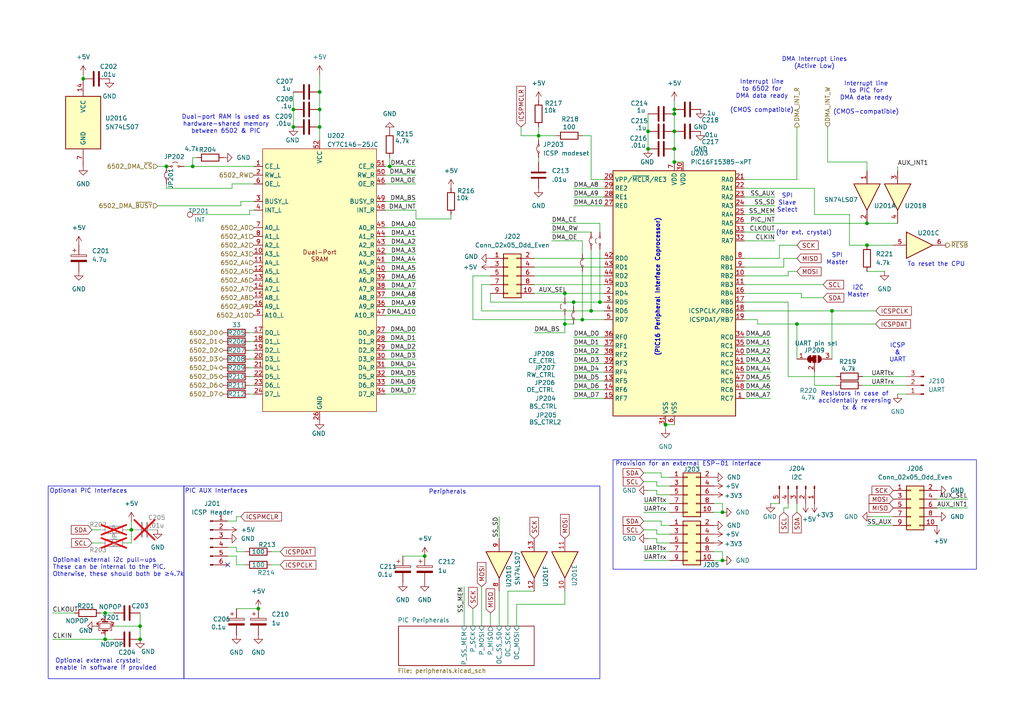
<source format=kicad_sch>
(kicad_sch (version 20250114) (generator "eeschema") (generator_version "9.0")
  (paper "A4")
  (title_block (title "65c02 Homebrew") (rev "Rev A") (company "Joseph R. Freeston") (comment 2 "https://github.com/snorklerjoe/useful6502") (comment 4 "A 65c02-based computer with peripheral i/o offloaded to a PIC16 microcontroller."))
  (rectangle (start 13.97 140.97) (end 53.34 196.85))
  (rectangle (start 53.34 140.97) (end 173.99 196.85))
  (rectangle (start 177.8 133.35) (end 283.21 165.1))
  (text "Peripherals" (at 129.794 142.748 0) (effects (font (size 1.27 1.27))))
  (text "PIC AUX Interfaces" (at 62.738 142.494 0) (effects (font (size 1.27 1.27))))
  (text "SPI\nSlave\nSelect" (at 228.346 58.928 0) (effects (font (size 1.27 1.27))))
  (text "Interrupt line\nto 6502 for\nDMA data ready\n\n(CMOS compatible)" (at 220.98 27.94 0) (effects (font (size 1.27 1.27))))
  (text "DMA Interrupt Lines\n(Active Low)" (at 236.22 18.288 0) (effects (font (size 1.27 1.27))))
  (text "(for ext. crystal)" (at 233.172 67.564 0) (effects (font (size 1.27 1.27))))
  (text "(PIC16 Peripheral Interface Coprocessor)" (at 190.754 83.312 90) (effects (font (size 1.27 1.27) (thickness 0.254) (bold yes))))
  (text "Optional external i2c pull-ups\nThese can be internal to the PIC.\nOtherwise, these should both be ≥4.7k" (at 15.24 164.592 0) (effects (font (size 1.27 1.27)) (justify left)))
  (text "Optional PIC Interfaces" (at 25.654 142.494 0) (effects (font (size 1.27 1.27))))
  (text "Provision for an external ESP-01 Interface" (at 199.644 134.62 0) (effects (font (size 1.27 1.27))))
  (text "Optional external crystal;\nenable in software if provided" (at 16.002 192.786 0) (effects (font (size 1.27 1.27)) (justify left)))
  (text "Interrupt line\nto PIC for\nDMA data ready\n\n(CMOS-compatible)" (at 251.206 28.448 0) (effects (font (size 1.27 1.27))))
  (text "Dual-port RAM is used as\nhardware-shared memory\nbetween 6502 & PIC" (at 65.532 36.068 0) (effects (font (size 1.27 1.27))))
  (text "ICSP\n&\nUART" (at 260.35 102.362 0) (effects (font (size 1.27 1.27))))
  (text "SPI\nMaster" (at 242.824 75.184 0) (effects (font (size 1.27 1.27))))
  (text "To reset the CPU" (at 271.526 76.708 0) (effects (font (size 1.27 1.27))))
  (text "I2C\nMaster" (at 248.92 84.582 0) (effects (font (size 1.27 1.27))))
  (text "Resistors in case of\naccidentally reversing\ntx & rx" (at 247.904 116.332 0) (effects (font (size 1.27 1.27))))
  (junction (at 163.83 93.98))
  (junction (at 30.48 177.8))
  (junction (at 24.13 22.86))
  (junction (at 231.14 93.98))
  (junction (at 209.55 148.59))
  (junction (at 195.58 43.18))
  (junction (at 92.71 31.75))
  (junction (at 92.71 36.83))
  (junction (at 168.91 92.71))
  (junction (at 74.93 176.53))
  (junction (at 187.96 43.18))
  (junction (at 156.21 39.37))
  (junction (at 163.83 85.09))
  (junction (at 85.09 36.83))
  (junction (at 209.55 162.56))
  (junction (at 85.09 31.75))
  (junction (at 92.71 26.67))
  (junction (at 30.48 185.42))
  (junction (at 173.99 87.63))
  (junction (at 171.45 90.17))
  (junction (at 193.04 123.19))
  (junction (at 40.64 181.61))
  (junction (at 48.26 48.26))
  (junction (at 195.58 31.75))
  (junction (at 38.1 153.67))
  (junction (at 251.46 64.77))
  (junction (at 55.88 48.26))
  (junction (at 251.46 71.12))
  (junction (at 241.3 90.17))
  (junction (at 123.19 161.29))
  (junction (at 187.96 38.1))
  (junction (at 195.58 46.99))
  (junction (at 113.03 48.26))
  (junction (at 195.58 38.1))
  (junction (at 40.64 185.42))
  (junction (at 195.58 33.02))
  (junction (at 166.37 87.63))
  (no_connect (at 66.04 163.83))
  (wire (pts (xy 193.04 124.46) (xy 193.04 123.19)))
  (wire (pts (xy 130.81 62.23) (xy 130.81 63.5)))
  (wire (pts (xy 250.19 111.76) (xy 262.89 111.76)))
  (wire (pts (xy 45.72 48.26) (xy 48.26 48.26)))
  (wire (pts (xy 69.85 58.42) (xy 69.85 59.69)))
  (wire (pts (xy 228.6 80.01) (xy 215.9 80.01)))
  (wire (pts (xy 111.76 114.3) (xy 120.65 114.3)))
  (wire (pts (xy 215.9 69.85) (xy 224.79 69.85)))
  (wire (pts (xy 166.37 102.87) (xy 175.26 102.87)))
  (wire (pts (xy 111.76 71.12) (xy 120.65 71.12)))
  (wire (pts (xy 190.5 154.94) (xy 194.31 154.94)))
  (wire (pts (xy 195.58 46.99) (xy 198.12 46.99)))
  (wire (pts (xy 209.55 160.02) (xy 209.55 162.56)))
  (wire (pts (xy 209.55 146.05) (xy 209.55 148.59)))
  (wire (pts (xy 26.67 153.67) (xy 29.21 153.67)))
  (wire (pts (xy 166.37 54.61) (xy 175.26 54.61)))
  (wire (pts (xy 219.71 93.98) (xy 231.14 93.98)))
  (wire (pts (xy 223.52 97.79) (xy 215.9 97.79)))
  (wire (pts (xy 45.72 59.69) (xy 69.85 59.69)))
  (wire (pts (xy 166.37 113.03) (xy 175.26 113.03)))
  (wire (pts (xy 111.76 78.74) (xy 120.65 78.74)))
  (wire (pts (xy 139.7 90.17) (xy 171.45 90.17)))
  (wire (pts (xy 92.71 21.59) (xy 92.71 26.67)))
  (wire (pts (xy 236.22 111.76) (xy 242.57 111.76)))
  (wire (pts (xy 186.69 151.13) (xy 191.77 151.13)))
  (wire (pts (xy 228.6 87.63) (xy 228.6 109.22)))
  (wire (pts (xy 215.9 62.23) (xy 224.79 62.23)))
  (wire (pts (xy 186.69 137.16) (xy 191.77 137.16)))
  (wire (pts (xy 226.06 71.12) (xy 226.06 74.93)))
  (wire (pts (xy 111.76 48.26) (xy 113.03 48.26)))
  (wire (pts (xy 85.09 26.67) (xy 85.09 31.75)))
  (wire (pts (xy 251.46 152.4) (xy 259.08 152.4)))
  (wire (pts (xy 195.58 29.21) (xy 195.58 31.75)))
  (wire (pts (xy 226.06 74.93) (xy 215.9 74.93)))
  (wire (pts (xy 73.66 58.42) (xy 69.85 58.42)))
  (wire (pts (xy 190.5 153.67) (xy 190.5 154.94)))
  (wire (pts (xy 231.14 52.07) (xy 215.9 52.07)))
  (wire (pts (xy 223.52 105.41) (xy 215.9 105.41)))
  (wire (pts (xy 72.39 104.14) (xy 73.66 104.14)))
  (wire (pts (xy 111.76 96.52) (xy 120.65 96.52)))
  (wire (pts (xy 231.14 36.83) (xy 231.14 52.07)))
  (wire (pts (xy 223.52 102.87) (xy 215.9 102.87)))
  (wire (pts (xy 231.14 74.93) (xy 227.33 74.93)))
  (wire (pts (xy 227.33 147.32) (xy 228.6 147.32)))
  (wire (pts (xy 250.19 109.22) (xy 262.89 109.22)))
  (wire (pts (xy 231.14 71.12) (xy 226.06 71.12)))
  (wire (pts (xy 187.96 38.1) (xy 187.96 43.18)))
  (wire (pts (xy 29.21 177.8) (xy 30.48 177.8)))
  (wire (pts (xy 85.09 31.75) (xy 85.09 36.83)))
  (wire (pts (xy 72.39 109.22) (xy 73.66 109.22)))
  (wire (pts (xy 187.96 33.02) (xy 187.96 38.1)))
  (wire (pts (xy 223.52 146.05) (xy 226.06 146.05)))
  (wire (pts (xy 111.76 88.9) (xy 120.65 88.9)))
  (wire (pts (xy 160.02 64.77) (xy 173.99 64.77)))
  (wire (pts (xy 166.37 100.33) (xy 175.26 100.33)))
  (wire (pts (xy 236.22 54.61) (xy 236.22 62.23)))
  (wire (pts (xy 246.38 62.23) (xy 246.38 71.12)))
  (wire (pts (xy 113.03 45.72) (xy 113.03 48.26)))
  (wire (pts (xy 251.46 46.99) (xy 251.46 49.53)))
  (wire (pts (xy 219.71 93.98) (xy 219.71 92.71)))
  (wire (pts (xy 240.03 36.83) (xy 240.03 46.99)))
  (wire (pts (xy 144.78 171.45) (xy 144.78 181.61)))
  (wire (pts (xy 168.91 69.85) (xy 168.91 73.66)))
  (wire (pts (xy 166.37 87.63) (xy 166.37 88.9)))
  (wire (pts (xy 191.77 138.43) (xy 194.31 138.43)))
  (wire (pts (xy 166.37 97.79) (xy 175.26 97.79)))
  (wire (pts (xy 163.83 93.98) (xy 166.37 93.98)))
  (wire (pts (xy 171.45 52.07) (xy 175.26 52.07)))
  (wire (pts (xy 223.52 113.03) (xy 215.9 113.03)))
  (wire (pts (xy 111.76 53.34) (xy 120.65 53.34)))
  (wire (pts (xy 137.16 80.01) (xy 142.24 80.01)))
  (wire (pts (xy 241.3 90.17) (xy 241.3 104.14)))
  (wire (pts (xy 36.83 153.67) (xy 38.1 153.67)))
  (wire (pts (xy 111.76 104.14) (xy 120.65 104.14)))
  (wire (pts (xy 195.58 31.75) (xy 195.58 33.02)))
  (wire (pts (xy 154.94 80.01) (xy 175.26 80.01)))
  (wire (pts (xy 68.58 163.83) (xy 68.58 161.29)))
  (wire (pts (xy 38.1 151.13) (xy 38.1 153.67)))
  (wire (pts (xy 53.34 48.26) (xy 55.88 48.26)))
  (wire (pts (xy 139.7 82.55) (xy 142.24 82.55)))
  (wire (pts (xy 232.41 85.09) (xy 232.41 86.36)))
  (wire (pts (xy 168.91 39.37) (xy 171.45 39.37)))
  (wire (pts (xy 163.83 93.98) (xy 163.83 91.44)))
  (wire (pts (xy 68.58 149.86) (xy 68.58 151.13)))
  (wire (pts (xy 166.37 87.63) (xy 173.99 87.63)))
  (wire (pts (xy 228.6 87.63) (xy 215.9 87.63)))
  (wire (pts (xy 228.6 78.74) (xy 228.6 80.01)))
  (wire (pts (xy 215.9 82.55) (xy 238.76 82.55)))
  (wire (pts (xy 151.13 39.37) (xy 156.21 39.37)))
  (wire (pts (xy 24.13 21.59) (xy 24.13 22.86)))
  (wire (pts (xy 163.83 96.52) (xy 163.83 93.98)))
  (wire (pts (xy 147.32 171.45) (xy 147.32 181.61)))
  (wire (pts (xy 228.6 109.22) (xy 242.57 109.22)))
  (wire (pts (xy 111.76 50.8) (xy 120.65 50.8)))
  (wire (pts (xy 120.65 63.5) (xy 120.65 60.96)))
  (wire (pts (xy 113.03 48.26) (xy 120.65 48.26)))
  (wire (pts (xy 223.52 110.49) (xy 215.9 110.49)))
  (wire (pts (xy 72.39 99.06) (xy 73.66 99.06)))
  (wire (pts (xy 116.84 161.29) (xy 123.19 161.29)))
  (wire (pts (xy 111.76 106.68) (xy 120.65 106.68)))
  (wire (pts (xy 215.9 54.61) (xy 236.22 54.61)))
  (wire (pts (xy 173.99 87.63) (xy 175.26 87.63)))
  (wire (pts (xy 171.45 90.17) (xy 175.26 90.17)))
  (wire (pts (xy 111.76 60.96) (xy 120.65 60.96)))
  (wire (pts (xy 137.16 176.53) (xy 137.16 181.61)))
  (wire (pts (xy 68.58 161.29) (xy 66.04 161.29)))
  (wire (pts (xy 186.69 139.7) (xy 190.5 139.7)))
  (wire (pts (xy 142.24 87.63) (xy 166.37 87.63)))
  (wire (pts (xy 40.64 177.8) (xy 40.64 181.61)))
  (wire (pts (xy 173.99 72.39) (xy 173.99 87.63)))
  (wire (pts (xy 72.39 60.96) (xy 73.66 60.96)))
  (wire (pts (xy 168.91 92.71) (xy 175.26 92.71)))
  (wire (pts (xy 38.1 153.67) (xy 38.1 157.48)))
  (wire (pts (xy 215.9 57.15) (xy 224.79 57.15)))
  (wire (pts (xy 30.48 177.8) (xy 30.48 179.07)))
  (wire (pts (xy 190.5 139.7) (xy 190.5 140.97)))
  (wire (pts (xy 111.76 81.28) (xy 120.65 81.28)))
  (wire (pts (xy 151.13 36.83) (xy 151.13 39.37)))
  (wire (pts (xy 171.45 72.39) (xy 171.45 90.17)))
  (wire (pts (xy 187.96 142.24) (xy 190.5 142.24)))
  (wire (pts (xy 92.71 31.75) (xy 92.71 36.83)))
  (wire (pts (xy 190.5 143.51) (xy 194.31 143.51)))
  (wire (pts (xy 215.9 90.17) (xy 241.3 90.17)))
  (wire (pts (xy 30.48 185.42) (xy 33.02 185.42)))
  (wire (pts (xy 67.31 53.34) (xy 67.31 54.61)))
  (wire (pts (xy 111.76 91.44) (xy 120.65 91.44)))
  (wire (pts (xy 68.58 160.02) (xy 71.12 160.02)))
  (wire (pts (xy 186.69 146.05) (xy 194.31 146.05)))
  (wire (pts (xy 72.39 111.76) (xy 73.66 111.76)))
  (wire (pts (xy 163.83 85.09) (xy 163.83 86.36)))
  (wire (pts (xy 92.71 26.67) (xy 92.71 31.75)))
  (wire (pts (xy 58.42 62.23) (xy 72.39 62.23)))
  (wire (pts (xy 187.96 156.21) (xy 190.5 156.21)))
  (wire (pts (xy 228.6 146.05) (xy 228.6 147.32)))
  (wire (pts (xy 72.39 62.23) (xy 72.39 60.96)))
  (wire (pts (xy 154.94 96.52) (xy 163.83 96.52)))
  (wire (pts (xy 195.58 38.1) (xy 195.58 43.18)))
  (wire (pts (xy 271.78 147.32) (xy 280.67 147.32)))
  (wire (pts (xy 26.67 157.48) (xy 29.21 157.48)))
  (wire (pts (xy 166.37 57.15) (xy 175.26 57.15)))
  (wire (pts (xy 92.71 36.83) (xy 92.71 40.64)))
  (wire (pts (xy 186.69 160.02) (xy 194.31 160.02)))
  (wire (pts (xy 111.76 86.36) (xy 120.65 86.36)))
  (wire (pts (xy 215.9 67.31) (xy 224.79 67.31)))
  (wire (pts (xy 111.76 76.2) (xy 120.65 76.2)))
  (wire (pts (xy 55.88 45.72) (xy 55.88 48.26)))
  (wire (pts (xy 15.24 185.42) (xy 30.48 185.42)))
  (wire (pts (xy 68.58 158.75) (xy 66.04 158.75)))
  (wire (pts (xy 142.24 87.63) (xy 142.24 85.09)))
  (wire (pts (xy 168.91 69.85) (xy 160.02 69.85)))
  (wire (pts (xy 241.3 90.17) (xy 254 90.17)))
  (wire (pts (xy 163.83 85.09) (xy 175.26 85.09)))
  (wire (pts (xy 166.37 59.69) (xy 175.26 59.69)))
  (wire (pts (xy 166.37 115.57) (xy 175.26 115.57)))
  (wire (pts (xy 111.76 73.66) (xy 120.65 73.66)))
  (wire (pts (xy 186.69 148.59) (xy 194.31 148.59)))
  (wire (pts (xy 134.62 170.18) (xy 134.62 181.61)))
  (wire (pts (xy 111.76 101.6) (xy 120.65 101.6)))
  (wire (pts (xy 168.91 78.74) (xy 168.91 92.71)))
  (wire (pts (xy 193.04 123.19) (xy 195.58 123.19)))
  (wire (pts (xy 154.94 85.09) (xy 163.83 85.09)))
  (wire (pts (xy 223.52 107.95) (xy 215.9 107.95)))
  (wire (pts (xy 271.78 144.78) (xy 280.67 144.78)))
  (wire (pts (xy 156.21 45.72) (xy 156.21 46.99)))
  (wire (pts (xy 111.76 83.82) (xy 120.65 83.82)))
  (wire (pts (xy 67.31 53.34) (xy 73.66 53.34)))
  (wire (pts (xy 219.71 92.71) (xy 215.9 92.71)))
  (wire (pts (xy 236.22 62.23) (xy 246.38 62.23)))
  (wire (pts (xy 173.99 64.77) (xy 173.99 67.31)))
  (wire (pts (xy 72.39 96.52) (xy 73.66 96.52)))
  (wire (pts (xy 190.5 142.24) (xy 190.5 143.51)))
  (wire (pts (xy 171.45 39.37) (xy 171.45 52.07)))
  (wire (pts (xy 252.73 149.86) (xy 259.08 149.86)))
  (wire (pts (xy 68.58 163.83) (xy 71.12 163.83)))
  (wire (pts (xy 156.21 36.83) (xy 156.21 39.37)))
  (wire (pts (xy 191.77 152.4) (xy 194.31 152.4)))
  (wire (pts (xy 139.7 90.17) (xy 139.7 82.55)))
  (wire (pts (xy 231.14 93.98) (xy 231.14 104.14)))
  (wire (pts (xy 111.76 109.22) (xy 120.65 109.22)))
  (wire (pts (xy 68.58 160.02) (xy 68.58 158.75)))
  (wire (pts (xy 156.21 39.37) (xy 156.21 40.64)))
  (wire (pts (xy 186.69 162.56) (xy 194.31 162.56)))
  (wire (pts (xy 48.26 53.34) (xy 48.26 54.61)))
  (wire (pts (xy 195.58 43.18) (xy 195.58 46.99)))
  (wire (pts (xy 260.35 114.3) (xy 262.89 114.3)))
  (wire (pts (xy 232.41 85.09) (xy 215.9 85.09)))
  (wire (pts (xy 38.1 157.48) (xy 36.83 157.48)))
  (wire (pts (xy 15.24 177.8) (xy 21.59 177.8)))
  (wire (pts (xy 191.77 137.16) (xy 191.77 138.43)))
  (wire (pts (xy 231.14 78.74) (xy 228.6 78.74)))
  (wire (pts (xy 147.32 171.45) (xy 154.94 171.45)))
  (wire (pts (xy 227.33 77.47) (xy 215.9 77.47)))
  (wire (pts (xy 67.31 54.61) (xy 48.26 54.61)))
  (wire (pts (xy 40.64 181.61) (xy 40.64 185.42)))
  (wire (pts (xy 156.21 39.37) (xy 161.29 39.37)))
  (wire (pts (xy 166.37 107.95) (xy 175.26 107.95)))
  (wire (pts (xy 137.16 92.71) (xy 168.91 92.71)))
  (wire (pts (xy 231.14 146.05) (xy 231.14 148.59)))
  (wire (pts (xy 207.01 160.02) (xy 209.55 160.02)))
  (wire (pts (xy 207.01 148.59) (xy 209.55 148.59)))
  (wire (pts (xy 111.76 58.42) (xy 120.65 58.42)))
  (wire (pts (xy 111.76 99.06) (xy 120.65 99.06)))
  (wire (pts (xy 215.9 64.77) (xy 251.46 64.77)))
  (wire (pts (xy 236.22 107.95) (xy 236.22 111.76)))
  (wire (pts (xy 30.48 184.15) (xy 30.48 185.42)))
  (wire (pts (xy 251.46 64.77) (xy 260.35 64.77)))
  (wire (pts (xy 207.01 162.56) (xy 209.55 162.56)))
  (wire (pts (xy 72.39 114.3) (xy 73.66 114.3)))
  (wire (pts (xy 246.38 71.12) (xy 251.46 71.12)))
  (wire (pts (xy 111.76 111.76) (xy 120.65 111.76)))
  (wire (pts (xy 207.01 146.05) (xy 209.55 146.05)))
  (wire (pts (xy 215.9 59.69) (xy 224.79 59.69)))
  (wire (pts (xy 78.74 160.02) (xy 81.28 160.02)))
  (wire (pts (xy 166.37 110.49) (xy 175.26 110.49)))
  (wire (pts (xy 137.16 92.71) (xy 137.16 80.01)))
  (wire (pts (xy 30.48 177.8) (xy 33.02 177.8)))
  (wire (pts (xy 166.37 105.41) (xy 175.26 105.41)))
  (wire (pts (xy 69.85 149.86) (xy 68.58 149.86)))
  (wire (pts (xy 111.76 68.58) (xy 120.65 68.58)))
  (wire (pts (xy 154.94 77.47) (xy 175.26 77.47)))
  (wire (pts (xy 227.33 147.32) (xy 227.33 148.59)))
  (wire (pts (xy 190.5 157.48) (xy 194.31 157.48)))
  (wire (pts (xy 33.02 181.61) (xy 40.64 181.61)))
  (wire (pts (xy 68.58 151.13) (xy 66.04 151.13)))
  (wire (pts (xy 223.52 115.57) (xy 215.9 115.57)))
  (wire (pts (xy 72.39 101.6) (xy 73.66 101.6)))
  (wire (pts (xy 154.94 82.55) (xy 175.26 82.55)))
  (wire (pts (xy 251.46 71.12) (xy 259.08 71.12)))
  (wire (pts (xy 231.14 93.98) (xy 254 93.98)))
  (wire (pts (xy 144.78 149.86) (xy 144.78 156.21)))
  (wire (pts (xy 160.02 67.31) (xy 171.45 67.31)))
  (wire (pts (xy 149.86 175.26) (xy 163.83 175.26)))
  (wire (pts (xy 130.81 63.5) (xy 120.65 63.5)))
  (wire (pts (xy 57.15 45.72) (xy 55.88 45.72)))
  (wire (pts (xy 142.24 177.8) (xy 142.24 181.61)))
  (wire (pts (xy 190.5 156.21) (xy 190.5 157.48)))
  (wire (pts (xy 163.83 171.45) (xy 163.83 175.26)))
  (wire (pts (xy 195.58 33.02) (xy 195.58 38.1)))
  (wire (pts (xy 240.03 46.99) (xy 251.46 46.99)))
  (wire (pts (xy 139.7 170.18) (xy 139.7 181.61)))
  (wire (pts (xy 223.52 100.33) (xy 215.9 100.33)))
  (wire (pts (xy 55.88 48.26) (xy 73.66 48.26)))
  (wire (pts (xy 154.94 74.93) (xy 175.26 74.93)))
  (wire (pts (xy 78.74 163.83) (xy 81.28 163.83)))
  (wire (pts (xy 72.39 106.68) (xy 73.66 106.68)))
  (wire (pts (xy 149.86 175.26) (xy 149.86 181.61)))
  (wire (pts (xy 190.5 140.97) (xy 194.31 140.97)))
  (wire (pts (xy 191.77 151.13) (xy 191.77 152.4)))
  (wire (pts (xy 68.58 176.53) (xy 74.93 176.53)))
  (wire (pts (xy 232.41 86.36) (xy 238.76 86.36)))
  (wire (pts (xy 111.76 66.04) (xy 120.65 66.04)))
  (wire (pts (xy 256.54 78.74) (xy 251.46 78.74)))
  (wire (pts (xy 186.69 153.67) (xy 190.5 153.67)))
  (wire (pts (xy 260.35 48.26) (xy 260.35 49.53)))
  (wire (pts (xy 227.33 74.93) (xy 227.33 77.47)))
  (label "DMA_D5" (at 166.37 110.49 0))
  (label "UARTtx" (at 186.69 146.05 0))
  (label "CLKOUT" (at 224.79 67.31 180))
  (label "SS_AUX" (at 251.46 152.4 0))
  (label "DMA_BS" (at 154.94 96.52 0))
  (label "DMA_A0" (at 223.52 97.79 180))
  (label "UARTrx" (at 186.69 162.56 0))
  (label "DMA_D7" (at 166.37 115.57 0))
  (label "DMA_D4" (at 120.65 106.68 180))
  (label "DMA_D6" (at 120.65 111.76 180))
  (label "SS_MEM" (at 224.79 62.23 180))
  (label "DMA_D2" (at 166.37 102.87 0))
  (label "DMA_RW" (at 160.02 67.31 0))
  (label "DMA_A1" (at 223.52 100.33 180))
  (label "AUX_INT1" (at 260.35 48.26 0))
  (label "DMA_A6" (at 120.65 81.28 180))
  (label "DMA_A4" (at 120.65 76.2 180))
  (label "DMA_RW" (at 120.65 50.8 180))
  (label "DMA_A10" (at 166.37 59.69 0))
  (label "DMA_D4" (at 166.37 107.95 0))
  (label "CLKIN" (at 15.24 185.42 0))
  (label "UARTtx" (at 186.69 160.02 0))
  (label "UARTrx" (at 252.73 111.76 0))
  (label "DMA_D5" (at 120.65 109.22 180))
  (label "DMA_A5" (at 223.52 110.49 180))
  (label "DMA_A7" (at 223.52 115.57 180))
  (label "DMA_A7" (at 120.65 83.82 180))
  (label "DMA_D6" (at 166.37 113.03 0))
  (label "DMA_A2" (at 120.65 71.12 180))
  (label "SS_MEM" (at 134.62 170.18 270))
  (label "DMA_A3" (at 223.52 105.41 180))
  (label "DMA_D2" (at 120.65 101.6 180))
  (label "DMA_A0" (at 120.65 66.04 180))
  (label "DMA_D0" (at 166.37 97.79 0))
  (label "DMA_INT" (at 120.65 60.96 180))
  (label "DMA_A9" (at 120.65 88.9 180))
  (label "DMA_A8" (at 166.37 54.61 0))
  (label "CLKIN" (at 224.79 69.85 180))
  (label "UARTtx" (at 252.73 109.22 0))
  (label "DMA_OE" (at 120.65 53.34 180))
  (label "DMA_D7" (at 120.65 114.3 180))
  (label "DMA_A3" (at 120.65 73.66 180))
  (label "DMA_A4" (at 223.52 107.95 180))
  (label "DMA_A2" (at 223.52 102.87 180))
  (label "DMA_A5" (at 120.65 78.74 180))
  (label "AUX_INT1" (at 280.67 147.32 180))
  (label "DMA_CE" (at 120.65 48.26 180))
  (label "AUX_SEL" (at 156.21 85.09 0))
  (label "DMA_A6" (at 223.52 113.03 180))
  (label "DMA_A8" (at 120.65 86.36 180))
  (label "DMA_CE" (at 160.02 64.77 0))
  (label "DMA_D3" (at 120.65 104.14 180))
  (label "PIC_INT" (at 224.79 64.77 180))
  (label "SS_SD" (at 144.78 149.86 270))
  (label "DMA_A10" (at 120.65 91.44 180))
  (label "DMA_D3" (at 166.37 105.41 0))
  (label "DMA_D0" (at 120.65 96.52 180))
  (label "CLKOUT" (at 15.24 177.8 0))
  (label "DMA_A9" (at 166.37 57.15 0))
  (label "SS_AUX" (at 224.79 57.15 180))
  (label "SS_SD" (at 224.79 59.69 180))
  (label "DMA_A1" (at 120.65 68.58 180))
  (label "DMA_D1" (at 120.65 99.06 180))
  (label "AUX_SEL" (at 280.67 144.78 180))
  (label "DMA_D1" (at 166.37 100.33 0))
  (label "UARTrx" (at 186.69 148.59 0))
  (label "DMA_OE" (at 160.02 69.85 0))
  (label "DMA_BS" (at 120.65 58.42 180))
  (global_label "SDA" (shape input) (at 231.14 148.59 270) (property "Intersheetrefs" "${INTERSHEET_REFS}" (effects (hide yes))))
  (global_label "MOSI" (shape input) (at 231.14 78.74 0) (property "Intersheetrefs" "${INTERSHEET_REFS}" (effects (hide yes))))
  (global_label "SCL" (shape input) (at 26.67 157.48 180) (property "Intersheetrefs" "${INTERSHEET_REFS}" (effects (hide yes))))
  (global_label "SCK" (shape input) (at 259.08 142.24 180) (property "Intersheetrefs" "${INTERSHEET_REFS}" (effects (hide yes))))
  (global_label "ICSPDAT" (shape input) (at 81.28 160.02 0) (property "Intersheetrefs" "${INTERSHEET_REFS}" (effects (hide yes))))
  (global_label "MISO" (shape input) (at 231.14 74.93 0) (property "Intersheetrefs" "${INTERSHEET_REFS}" (effects (hide yes))))
  (global_label "SCL" (shape input) (at 186.69 153.67 180) (property "Intersheetrefs" "${INTERSHEET_REFS}" (effects (hide yes))))
  (global_label "MOSI" (shape input) (at 139.7 170.18 90) (property "Intersheetrefs" "${INTERSHEET_REFS}" (effects (hide yes))))
  (global_label "SDA" (shape input) (at 186.69 151.13 180) (property "Intersheetrefs" "${INTERSHEET_REFS}" (effects (hide yes))))
  (global_label "SDA" (shape input) (at 238.76 86.36 0) (property "Intersheetrefs" "${INTERSHEET_REFS}" (effects (hide yes))))
  (global_label "SCK" (shape input) (at 137.16 176.53 90) (property "Intersheetrefs" "${INTERSHEET_REFS}" (effects (hide yes))))
  (global_label "ICSPMCLR" (shape input) (at 151.13 36.83 90) (property "Intersheetrefs" "${INTERSHEET_REFS}" (effects (hide yes))))
  (global_label "ICSPDAT" (shape input) (at 254 93.98 0) (property "Intersheetrefs" "${INTERSHEET_REFS}" (effects (hide yes))))
  (global_label "SCK" (shape input) (at 154.94 156.21 90) (property "Intersheetrefs" "${INTERSHEET_REFS}" (effects (hide yes))))
  (global_label "SDA" (shape input) (at 186.69 137.16 180) (property "Intersheetrefs" "${INTERSHEET_REFS}" (effects (hide yes))))
  (global_label "MISO" (shape input) (at 142.24 177.8 90) (property "Intersheetrefs" "${INTERSHEET_REFS}" (effects (hide yes))))
  (global_label "SDA" (shape input) (at 26.67 153.67 180) (property "Intersheetrefs" "${INTERSHEET_REFS}" (effects (hide yes))))
  (global_label "ICSPCLK" (shape input) (at 81.28 163.83 0) (property "Intersheetrefs" "${INTERSHEET_REFS}" (effects (hide yes))))
  (global_label "SCL" (shape input) (at 227.33 148.59 270) (property "Intersheetrefs" "${INTERSHEET_REFS}" (effects (hide yes))))
  (global_label "MISO" (shape input) (at 259.08 147.32 180) (property "Intersheetrefs" "${INTERSHEET_REFS}" (effects (hide yes))))
  (global_label "SCL" (shape input) (at 186.69 139.7 180) (property "Intersheetrefs" "${INTERSHEET_REFS}" (effects (hide yes))))
  (global_label "ICSPMCLR" (shape input) (at 69.85 149.86 0) (property "Intersheetrefs" "${INTERSHEET_REFS}" (effects (hide yes))))
  (global_label "SCL" (shape input) (at 238.76 82.55 0) (property "Intersheetrefs" "${INTERSHEET_REFS}" (effects (hide yes))))
  (global_label "MOSI" (shape input) (at 259.08 144.78 180) (property "Intersheetrefs" "${INTERSHEET_REFS}" (effects (hide yes))))
  (global_label "MOSI" (shape input) (at 163.83 156.21 90) (property "Intersheetrefs" "${INTERSHEET_REFS}" (effects (hide yes))))
  (global_label "ICSPCLK" (shape input) (at 254 90.17 0) (property "Intersheetrefs" "${INTERSHEET_REFS}" (effects (hide yes))))
  (global_label "SCK" (shape input) (at 231.14 71.12 0) (property "Intersheetrefs" "${INTERSHEET_REFS}" (effects (hide yes))))
  (hierarchical_label "6502_A9" (shape input) (at 73.66 88.9 180))
  (hierarchical_label "DMA_INT_R" (shape output) (at 231.14 36.83 90))
  (hierarchical_label "6502_RW" (shape input) (at 73.66 50.8 180))
  (hierarchical_label "6502_A0" (shape input) (at 73.66 66.04 180))
  (hierarchical_label "6502_A1" (shape input) (at 73.66 68.58 180))
  (hierarchical_label "DMA_INT_W" (shape input) (at 240.03 36.83 90))
  (hierarchical_label "6502_DMA_~{BUSY}" (shape input) (at 45.72 59.69 180))
  (hierarchical_label "6502_A10" (shape input) (at 73.66 91.44 180))
  (hierarchical_label "6502_D4" (shape bidirectional) (at 64.77 106.68 180))
  (hierarchical_label "~{RESB}" (shape output) (at 274.32 71.12 0))
  (hierarchical_label "6502_A8" (shape input) (at 73.66 86.36 180))
  (hierarchical_label "6502_A6" (shape input) (at 73.66 81.28 180))
  (hierarchical_label "6502_A7" (shape input) (at 73.66 83.82 180))
  (hierarchical_label "6502_D6" (shape bidirectional) (at 64.77 111.76 180))
  (hierarchical_label "6502_D7" (shape bidirectional) (at 64.77 114.3 180))
  (hierarchical_label "6502_DMA_~{CS}" (shape input) (at 45.72 48.26 180))
  (hierarchical_label "6502_D3" (shape bidirectional) (at 64.77 104.14 180))
  (hierarchical_label "6502_D1" (shape bidirectional) (at 64.77 99.06 180))
  (hierarchical_label "6502_A3" (shape input) (at 73.66 73.66 180))
  (hierarchical_label "6502_D2" (shape bidirectional) (at 64.77 101.6 180))
  (hierarchical_label "6502_D5" (shape bidirectional) (at 64.77 109.22 180))
  (hierarchical_label "6502_D0" (shape bidirectional) (at 64.77 96.52 180))
  (hierarchical_label "6502_A5" (shape input) (at 73.66 78.74 180))
  (hierarchical_label "6502_A4" (shape input) (at 73.66 76.2 180))
  (hierarchical_label "6502_A2" (shape input) (at 73.66 71.12 180))
  (symbol (lib_id "power:+5V") (at 66.04 153.67 270) (unit 1)
    (property "Reference" "#PWR0212" (effects (hide yes)))
    (property "Value" "+5V" (at 69.85 153.6699 90) (effects (justify left)))
    (property "Description" "Power symbol creates a global label with name \"+5V\"" (effects (hide yes)))
  )
  (symbol (lib_id "Device:R") (at 68.58 96.52 90) (unit 1)
    (property "Reference" "R205" (at 68.58 96.52 90))
    (property "Value" "33" (at 68.58 94.234 90))
    (property "Footprint" "Resistor_SMD:R_0402_1005Metric" (effects (hide yes)))
    (property "Description" "Resistor" (effects (hide yes)))
  )
  (symbol (lib_id "power:+5V") (at 92.71 21.59 0) (unit 1)
    (property "Reference" "#PWR0218" (effects (hide yes)))
    (property "Value" "+5V" (at 92.71 16.51 0))
    (property "Description" "Power symbol creates a global label with name \"+5V\"" (effects (hide yes)))
  )
  (symbol (lib_id "Device:C") (at 199.39 31.75 90) (unit 1)
    (property "Reference" "C218" (at 205.994 34.798 90))
    (property "Value" ".1u" (at 205.994 32.766 90))
    (property "Footprint" "Capacitor_SMD:C_0402_1005Metric" (effects (hide yes)))
    (property "Description" "Unpolarized capacitor" (effects (hide yes)))
  )
  (symbol (lib_id "power:+5V") (at 22.86 71.12 0) (unit 1)
    (property "Reference" "#PWR0201" (effects (hide yes)))
    (property "Value" "+5V" (at 22.86 66.04 0))
    (property "Description" "Power symbol creates a global label with name \"+5V\"" (effects (hide yes)))
  )
  (symbol (lib_id "power:GND") (at 271.78 142.24 90) (unit 1)
    (property "Reference" "#PWR0223" (effects (hide yes)))
    (property "Value" "GND" (at 275.59 142.2399 90) (effects (justify right)))
    (property "Description" "Power symbol creates a global label with name \"GND\" , ground" (effects (hide yes)))
  )
  (symbol (lib_id "power:GND") (at 24.13 48.26 0) (unit 1)
    (property "Reference" "#PWR0204" (effects (hide yes)))
    (property "Value" "GND" (at 24.13 53.34 0))
    (property "Description" "Power symbol creates a global label with name \"GND\" , ground" (effects (hide yes)))
  )
  (symbol (lib_id "Device:C") (at 36.83 185.42 90) (unit 1)
    (property "Reference" "C204" (at 36.83 189.23 90))
    (property "Value" "NOPOP" (at 32.512 186.944 90))
    (property "Footprint" "Capacitor_SMD:C_0402_1005Metric" (effects (hide yes)))
    (property "Description" "Unpolarized capacitor" (effects (hide yes)))
  )
  (symbol (lib_id "Device:R") (at 165.1 39.37 90) (unit 1)
    (property "Reference" "R218" (at 165.354 34.544 90))
    (property "Value" "100" (at 165.1 36.83 90))
    (property "Footprint" "Resistor_SMD:R_0402_1005Metric" (effects (hide yes)))
    (property "Description" "Resistor" (effects (hide yes)))
  )
  (symbol (lib_id "power:+5V") (at 130.81 54.61 0) (unit 1)
    (property "Reference" "#PWR0230" (effects (hide yes)))
    (property "Value" "+5V" (at 130.81 49.53 0))
    (property "Description" "Power symbol creates a global label with name \"+5V\"" (effects (hide yes)))
  )
  (symbol (lib_id "Connector_Generic:Conn_02x05_Odd_Even") (at 147.32 80.01 0) (unit 1)
    (property "Reference" "J202" (at 148.59 68.58 0))
    (property "Value" "Conn_02x05_Odd_Even" (at 148.59 71.12 0))
    (property "Footprint" "Connector_PinHeader_2.54mm:PinHeader_2x05_P2.54mm_Vertical_SMD" (effects (hide yes)))
    (property "Description" "Generic connector, double row, 02x05, odd/even pin numbering scheme (row 1 odd numbers, row 2 even numbers), script generated (kicad-library-utils/schlib/autogen/connector/)" (effects (hide yes)))
  )
  (symbol (lib_id "power:GND") (at 193.04 124.46 0) (unit 1)
    (property "Reference" "#PWR0237" (effects (hide yes)))
    (property "Value" "GND" (at 193.04 129.54 0))
    (property "Description" "Power symbol creates a global label with name \"GND\" , ground" (effects (hide yes)))
  )
  (symbol (lib_id "Device:C") (at 36.83 177.8 270) (unit 1)
    (property "Reference" "C203" (at 40.64 175.768 90))
    (property "Value" "NOPOP" (effects (hide yes)))
    (property "Footprint" "Capacitor_SMD:C_0402_1005Metric" (effects (hide yes)))
    (property "Description" "Unpolarized capacitor" (effects (hide yes)))
  )
  (symbol (lib_id "Connector_Generic:Conn_02x05_Odd_Even") (at 199.39 143.51 0) (unit 1)
    (property "Reference" "J203" (at 200.66 136.144 0))
    (property "Value" "Conn_02x05_Odd_Even" (effects (hide yes)))
    (property "Footprint" "Connector_PinHeader_2.54mm:PinHeader_2x05_P2.54mm_Vertical_SMD" (effects (hide yes)))
    (property "Description" "Generic connector, double row, 02x05, odd/even pin numbering scheme (row 1 odd numbers, row 2 even numbers), script generated (kicad-library-utils/schlib/autogen/connector/)" (effects (hide yes)))
  )
  (symbol (lib_id "Device:C") (at 191.77 33.02 270) (unit 1)
    (property "Reference" "C214" (at 185.42 29.972 90))
    (property "Value" "1u" (at 185.928 32.004 90))
    (property "Footprint" "Capacitor_SMD:C_0402_1005Metric" (effects (hide yes)))
    (property "Description" "Unpolarized capacitor" (effects (hide yes)))
  )
  (symbol (lib_id "74xx:SN74LS07") (at 260.35 57.15 270) (unit 2)
    (property "Reference" "U201" (at 262.382 59.69 90) (effects (justify left)))
    (property "Value" "SN74LS07" (effects (hide yes)))
    (property "Footprint" "Package_SO:SOIC-14_3.9x8.7mm_P1.27mm" (effects (hide yes)))
    (property "Datasheet" "https://www.ti.com/lit/ds/symlink/sn74ls07.pdf" (effects (hide yes)))
    (property "Description" "Hex Buffers and Drivers With Open Collector High Voltage Outputs" (effects (hide yes)))
    (property "t_pd (ns)" "30" (effects (hide yes)))
  )
  (symbol (lib_id "power:GND") (at 156.21 54.61 0) (unit 1)
    (property "Reference" "#PWR0233" (effects (hide yes)))
    (property "Value" "GND" (at 156.21 59.69 0))
    (property "Description" "Power symbol creates a global label with name \"GND\" , ground" (effects (hide yes)))
  )
  (symbol (lib_id "Connector:Conn_01x03_Pin") (at 267.97 111.76 180) (unit 1)
    (property "Reference" "J210" (at 269.24 110.4899 0) (effects (justify right)))
    (property "Value" "UART" (at 269.24 113.0299 0) (effects (justify right)))
    (property "Footprint" "Connector:FanPinHeader_1x03_P2.54mm_Vertical" (effects (hide yes)))
    (property "Description" "Generic connector, single row, 01x03, script generated" (effects (hide yes)))
  )
  (symbol (lib_id "power:GND") (at 85.09 36.83 0) (unit 1)
    (property "Reference" "#PWR0216" (effects (hide yes)))
    (property "Value" "GND" (at 84.836 40.64 0))
    (property "Description" "Power symbol creates a global label with name \"GND\" , ground" (effects (hide yes)))
  )
  (symbol (lib_id "Connector:Conn_01x06_Pin") (at 60.96 156.21 0) (unit 1)
    (property "Reference" "J201" (at 61.595 146.05 0))
    (property "Value" "ICSP Header" (at 61.595 148.59 0))
    (property "Footprint" "Connector_PinHeader_2.54mm:PinHeader_1x06_P2.54mm_Vertical" (effects (hide yes)))
    (property "Description" "Generic connector, single row, 01x06, script generated" (effects (hide yes)))
  )
  (symbol (lib_id "Device:C") (at 88.9 31.75 270) (unit 1)
    (property "Reference" "C208" (at 82.55 28.702 90))
    (property "Value" ".1u" (at 83.058 30.734 90))
    (property "Footprint" "Capacitor_SMD:C_0402_1005Metric" (effects (hide yes)))
    (property "Description" "Unpolarized capacitor" (effects (hide yes)))
  )
  (symbol (lib_id "power:GND") (at 92.71 121.92 0) (unit 1)
    (property "Reference" "#PWR0219" (effects (hide yes)))
    (property "Value" "GND" (at 92.456 125.73 0))
    (property "Description" "Power symbol creates a global label with name \"GND\" , ground" (effects (hide yes)))
  )
  (symbol (lib_id "Device:C_Polarized") (at 123.19 165.1 0) (unit 1)
    (property "Reference" "C212" (at 127 162.9409 0) (effects (justify left)))
    (property "Value" "1u" (at 127 165.4809 0) (effects (justify left)))
    (property "Footprint" "Capacitor_SMD:C_0402_1005Metric" (effects (hide yes)))
    (property "Description" "Polarized capacitor" (effects (hide yes)))
  )
  (symbol (lib_id "power:GND") (at 203.2 31.75 0) (unit 1)
    (property "Reference" "#PWR0214" (effects (hide yes)))
    (property "Value" "GND" (at 203.2 36.83 0))
    (property "Description" "Power symbol creates a global label with name \"GND\" , ground" (effects (hide yes)))
  )
  (symbol (lib_id "MCU_Microchip_PIC16:PIC16F15385-xPT") (at 195.58 85.09 0) (unit 1)
    (property "Reference" "U203" (at 200.2633 44.45 0) (effects (justify left)))
    (property "Value" "PIC16F15385-xPT" (at 200.2633 46.99 0) (effects (justify left)))
    (property "Footprint" "Package_QFP:TQFP-48_7x7mm_P0.5mm" (effects (hide yes)))
    (property "Datasheet" "http://ww1.microchip.com/downloads/en/DeviceDoc/PIC16LF15356-75-76-85-86-Data%20Sheet-40001866B.pdf" (effects (hide yes)))
    (property "Description" "8KW FLASH, 1024B SRAM, TQFP-48(7x7mm)" (effects (hide yes)))
  )
  (symbol (lib_id "power:GND") (at 40.64 185.42 0) (unit 1)
    (property "Reference" "#PWR0208" (effects (hide yes)))
    (property "Value" "GND" (at 42.926 188.976 0))
    (property "Description" "Power symbol creates a global label with name \"GND\" , ground" (effects (hide yes)))
  )
  (symbol (lib_id "custom:CY7C146-25JC") (at 92.71 80.01 0) (unit 1)
    (property "Reference" "U202" (at 94.8533 39.37 0) (effects (justify left)))
    (property "Value" "CY7C146-25JC" (at 94.8533 41.91 0) (effects (justify left)))
    (property "Footprint" "custom:845221B1RKTP" (effects (hide yes)))
  )
  (symbol (lib_id "power:GND") (at 187.96 43.18 0) (unit 1)
    (property "Reference" "#PWR0234" (effects (hide yes)))
    (property "Value" "GND" (at 187.706 46.99 0))
    (property "Description" "Power symbol creates a global label with name \"GND\" , ground" (effects (hide yes)))
  )
  (symbol (lib_id "power:+3V3") (at 207.01 143.51 270) (mirror x) (unit 1)
    (property "Reference" "#PWR0241" (effects (hide yes)))
    (property "Value" "+3V3" (at 210.058 143.764 90) (effects (justify left)))
    (property "Description" "Power symbol creates a global label with name \"+3V3\"" (effects (hide yes)))
  )
  (symbol (lib_id "power:+5V") (at 207.01 154.94 270) (mirror x) (unit 1)
    (property "Reference" "#PWR0243" (effects (hide yes)))
    (property "Value" "+5V" (at 210.312 154.94 90) (effects (justify left)))
    (property "Description" "Power symbol creates a global label with name \"+5V\"" (effects (hide yes)))
  )
  (symbol (lib_id "74xx:SN74LS07") (at 163.83 163.83 270) (unit 5)
    (property "Reference" "U201" (at 166.624 166.878 0))
    (property "Value" "SN74LS07" (effects (hide yes)))
    (property "Footprint" "Package_SO:SOIC-14_3.9x8.7mm_P1.27mm" (effects (hide yes)))
    (property "Datasheet" "https://www.ti.com/lit/ds/symlink/sn74ls07.pdf" (effects (hide yes)))
    (property "Description" "Hex Buffers and Drivers With Open Collector High Voltage Outputs" (effects (hide yes)))
    (property "t_pd (ns)" "30" (effects (hide yes)))
  )
  (symbol (lib_id "Device:R") (at 68.58 101.6 90) (unit 1)
    (property "Reference" "R207" (at 68.58 101.6 90))
    (property "Value" "33" (effects (hide yes)))
    (property "Footprint" "Resistor_SMD:R_0402_1005Metric" (effects (hide yes)))
    (property "Description" "Resistor" (effects (hide yes)))
  )
  (symbol (lib_id "power:GND") (at 271.78 149.86 90) (unit 1)
    (property "Reference" "#PWR0247" (effects (hide yes)))
    (property "Value" "GND" (at 275.59 149.8599 90) (effects (justify right)))
    (property "Description" "Power symbol creates a global label with name \"GND\" , ground" (effects (hide yes)))
  )
  (symbol (lib_id "Device:C") (at 27.94 22.86 270) (unit 1)
    (property "Reference" "C202" (at 31.496 19.304 90))
    (property "Value" ".01u" (at 31.496 21.59 90))
    (property "Footprint" "Capacitor_SMD:C_0402_1005Metric" (effects (hide yes)))
    (property "Description" "Unpolarized capacitor" (effects (hide yes)))
  )
  (symbol (lib_id "Device:C_Polarized") (at 22.86 74.93 0) (unit 1)
    (property "Reference" "C201" (at 26.67 72.7709 0) (effects (justify left)))
    (property "Value" "4.7u" (at 26.67 75.3109 0) (effects (justify left)))
    (property "Footprint" "Capacitor_SMD:C_0402_1005Metric" (effects (hide yes)))
    (property "Description" "Polarized capacitor" (effects (hide yes)))
  )
  (symbol (lib_id "Jumper:Jumper_2_Small_Open") (at 163.83 88.9 90) (unit 1)
    (property "Reference" "JP204" (at 155.194 115.57 90) (effects (justify right)))
    (property "Value" "BS_CTRL" (at 153.416 117.856 90) (effects (justify right)))
    (property "Footprint" "Jumper:SolderJumper-2_P1.3mm_Open_Pad1.0x1.5mm" (effects (hide yes)))
    (property "Description" "Jumper, 2-pole, small symbol, open" (effects (hide yes)))
  )
  (symbol (lib_id "power:+5V") (at 233.68 146.05 180) (unit 1)
    (property "Reference" "#PWR0224" (effects (hide yes)))
    (property "Value" "+5V" (at 234.696 150.622 0))
    (property "Description" "Power symbol creates a global label with name \"+5V\"" (effects (hide yes)))
  )
  (symbol (lib_id "Device:C_Polarized") (at 116.84 165.1 0) (unit 1)
    (property "Reference" "C211" (at 109.982 164.338 0) (effects (justify left)))
    (property "Value" "0.1u" (at 109.474 166.624 0) (effects (justify left)))
    (property "Footprint" "Capacitor_SMD:C_0402_1005Metric" (effects (hide yes)))
    (property "Description" "Polarized capacitor" (effects (hide yes)))
  )
  (symbol (lib_id "Connector:TestPoint") (at 58.42 62.23 90) (unit 1)
    (property "Reference" "TP201" (at 57.658 61.214 90))
    (property "Value" "INT" (at 57.912 63.754 90))
    (property "Footprint" "TestPoint:TestPoint_Pad_D1.5mm" (effects (hide yes)))
    (property "Description" "test point" (effects (hide yes)))
  )
  (symbol (lib_id "power:GND") (at 64.77 45.72 90) (unit 1)
    (property "Reference" "#PWR0211" (effects (hide yes)))
    (property "Value" "GND" (at 68.58 45.7199 90) (effects (justify right)))
    (property "Description" "Power symbol creates a global label with name \"GND\" , ground" (effects (hide yes)))
  )
  (symbol (lib_id "Device:R") (at 156.21 33.02 0) (unit 1)
    (property "Reference" "R217" (at 157.988 29.972 0) (effects (justify left)))
    (property "Value" "10k" (at 157.734 32.004 0) (effects (justify left)))
    (property "Footprint" "Resistor_SMD:R_0402_1005Metric" (effects (hide yes)))
    (property "Description" "Resistor" (effects (hide yes)))
  )
  (symbol (lib_id "power:+5V") (at 142.24 77.47 90) (unit 1)
    (property "Reference" "#PWR0252" (effects (hide yes)))
    (property "Value" "+5V" (at 138.43 77.4699 90) (effects (justify left)))
    (property "Description" "Power symbol creates a global label with name \"+5V\"" (effects (hide yes)))
  )
  (symbol (lib_id "Jumper:Jumper_2_Small_Open") (at 173.99 69.85 90) (unit 1)
    (property "Reference" "JP208" (at 154.686 102.616 90) (effects (justify right)))
    (property "Value" "CE_CTRL" (at 153.162 104.648 90) (effects (justify right)))
    (property "Footprint" "Jumper:SolderJumper-2_P1.3mm_Open_Pad1.0x1.5mm" (effects (hide yes)))
    (property "Description" "Jumper, 2-pole, small symbol, open" (effects (hide yes)))
  )
  (symbol (lib_id "power:GND") (at 256.54 78.74 0) (unit 1)
    (property "Reference" "#PWR0248" (effects (hide yes)))
    (property "Value" "GND" (at 256.54 83.82 0))
    (property "Description" "Power symbol creates a global label with name \"GND\" , ground" (effects (hide yes)))
  )
  (symbol (lib_id "power:GND") (at 207.01 152.4 90) (mirror x) (unit 1)
    (property "Reference" "#PWR0242" (effects (hide yes)))
    (property "Value" "GND" (at 210.82 152.3999 90) (effects (justify right)))
    (property "Description" "Power symbol creates a global label with name \"GND\" , ground" (effects (hide yes)))
  )
  (symbol (lib_id "Device:R") (at 60.96 45.72 90) (unit 1)
    (property "Reference" "R204" (at 60.198 43.434 90))
    (property "Value" "4.7k" (at 55.626 43.18 90))
    (property "Footprint" "Resistor_SMD:R_0402_1005Metric" (effects (hide yes)))
    (property "Description" "Resistor" (effects (hide yes)))
  )
  (symbol (lib_id "power:GND") (at 123.19 168.91 0) (unit 1)
    (property "Reference" "#PWR0229" (effects (hide yes)))
    (property "Value" "GND" (at 123.19 173.99 0))
    (property "Description" "Power symbol creates a global label with name \"GND\" , ground" (effects (hide yes)))
  )
  (symbol (lib_id "Device:C") (at 88.9 26.67 270) (unit 1)
    (property "Reference" "C207" (at 82.55 23.622 90))
    (property "Value" "1u" (at 83.058 25.654 90))
    (property "Footprint" "Capacitor_SMD:C_0402_1005Metric" (effects (hide yes)))
    (property "Description" "Unpolarized capacitor" (effects (hide yes)))
  )
  (symbol (lib_id "power:GND") (at 27.94 181.61 270) (unit 1)
    (property "Reference" "#PWR0205" (effects (hide yes)))
    (property "Value" "GND" (at 24.892 182.88 90))
    (property "Description" "Power symbol creates a global label with name \"GND\" , ground" (effects (hide yes)))
  )
  (symbol (lib_id "74xx:SN74LS07") (at 144.78 163.83 270) (unit 4)
    (property "Reference" "U201" (at 147.574 167.132 0))
    (property "Value" "SN74LS07" (at 150.114 164.846 0))
    (property "Footprint" "Package_SO:SOIC-14_3.9x8.7mm_P1.27mm" (effects (hide yes)))
    (property "Datasheet" "https://www.ti.com/lit/ds/symlink/sn74ls07.pdf" (effects (hide yes)))
    (property "Description" "Hex Buffers and Drivers With Open Collector High Voltage Outputs" (effects (hide yes)))
    (property "t_pd (ns)" "30" (effects (hide yes)))
  )
  (symbol (lib_id "Device:R") (at 251.46 74.93 0) (unit 1)
    (property "Reference" "R221" (at 254 73.6599 0) (effects (justify left)))
    (property "Value" "4.7k" (at 254 76.1999 0) (effects (justify left)))
    (property "Footprint" "Resistor_SMD:R_0402_1005Metric" (effects (hide yes)))
    (property "Description" "Resistor" (effects (hide yes)))
  )
  (symbol (lib_id "Device:R") (at 68.58 111.76 90) (unit 1)
    (property "Reference" "R211" (at 68.58 111.76 90))
    (property "Value" "33" (effects (hide yes)))
    (property "Footprint" "Resistor_SMD:R_0402_1005Metric" (effects (hide yes)))
    (property "Description" "Resistor" (effects (hide yes)))
  )
  (symbol (lib_id "Device:R") (at 33.02 157.48 90) (unit 1) (dnp yes)
    (property "Reference" "R203" (at 28.448 159.512 90))
    (property "Value" "NOPOP" (effects (hide yes)))
    (property "Footprint" "Resistor_SMD:R_0402_1005Metric" (effects (hide yes)))
    (property "Description" "Resistor" (effects (hide yes)))
  )
  (symbol (lib_id "Connector_Generic:Conn_02x05_Odd_Even") (at 264.16 147.32 0) (unit 1)
    (property "Reference" "J206" (at 265.43 135.89 0))
    (property "Value" "Conn_02x05_Odd_Even" (at 265.43 138.43 0))
    (property "Footprint" "Connector_PinHeader_2.54mm:PinHeader_2x05_P2.54mm_Vertical_SMD" (effects (hide yes)))
    (property "Description" "Generic connector, double row, 02x05, odd/even pin numbering scheme (row 1 odd numbers, row 2 even numbers), script generated (kicad-library-utils/schlib/autogen/connector/)" (effects (hide yes)))
  )
  (symbol (lib_id "Jumper:Jumper_2_Small_Bridged") (at 166.37 91.44 90) (unit 1)
    (property "Reference" "JP205" (at 155.448 120.396 90) (effects (justify right)))
    (property "Value" "BS_CTRL2" (at 153.416 122.428 90) (effects (justify right)))
    (property "Footprint" "Jumper:SolderJumper-2_P1.3mm_Bridged2Bar_Pad1.0x1.5mm" (effects (hide yes)))
    (property "Description" "Jumper, 2-pole, small symbol, bridged" (effects (hide yes)))
  )
  (symbol (lib_id "Device:Crystal_GND24_Small") (at 30.48 181.61 90) (unit 1)
    (property "Reference" "Y201" (at 32.258 179.07 90))
    (property "Value" "NOPOP" (at 32.004 176.022 90))
    (property "Footprint" "Crystal:Crystal_SMD_2016-4Pin_2.0x1.6mm" (effects (hide yes)))
    (property "Description" "Four pin crystal, GND on pins 2 and 4, small symbol" (effects (hide yes)))
  )
  (symbol (lib_id "power:GND") (at 187.96 142.24 270) (mirror x) (unit 1)
    (property "Reference" "#PWR0235" (effects (hide yes)))
    (property "Value" "GND" (at 184.605 142.2399 90) (effects (justify right)))
    (property "Description" "Power symbol creates a global label with name \"GND\" , ground" (effects (hide yes)))
  )
  (symbol (lib_id "power:GND") (at 187.96 156.21 270) (mirror x) (unit 1)
    (property "Reference" "#PWR0236" (effects (hide yes)))
    (property "Value" "GND" (at 184.605 156.2099 90) (effects (justify right)))
    (property "Description" "Power symbol creates a global label with name \"GND\" , ground" (effects (hide yes)))
  )
  (symbol (lib_id "power:GND") (at 209.55 162.56 90) (mirror x) (unit 1)
    (property "Reference" "#PWR0246" (effects (hide yes)))
    (property "Value" "GND" (at 213.36 162.5599 90) (effects (justify right)))
    (property "Description" "Power symbol creates a global label with name \"GND\" , ground" (effects (hide yes)))
  )
  (symbol (lib_id "power:+5V") (at 74.93 176.53 0) (unit 1)
    (property "Reference" "#PWR0220" (effects (hide yes)))
    (property "Value" "+5V" (at 74.93 171.45 0))
    (property "Description" "Power symbol creates a global label with name \"+5V\"" (effects (hide yes)))
  )
  (symbol (lib_id "Device:C_Polarized") (at 74.93 180.34 0) (unit 1)
    (property "Reference" "C210" (at 78.74 178.1809 0) (effects (justify left)))
    (property "Value" "1u" (at 78.74 180.7209 0) (effects (justify left)))
    (property "Footprint" "Capacitor_SMD:C_0402_1005Metric" (effects (hide yes)))
    (property "Description" "Polarized capacitor" (effects (hide yes)))
  )
  (symbol (lib_id "power:+5V") (at 271.78 152.4 180) (unit 1)
    (property "Reference" "#PWR0250" (effects (hide yes)))
    (property "Value" "+5V" (at 272.796 156.972 0))
    (property "Description" "Power symbol creates a global label with name \"+5V\"" (effects (hide yes)))
  )
  (symbol (lib_id "power:GND") (at 142.24 74.93 270) (unit 1)
    (property "Reference" "#PWR0231" (effects (hide yes)))
    (property "Value" "GND" (at 136.652 74.422 90))
    (property "Description" "Power symbol creates a global label with name \"GND\" , ground" (effects (hide yes)))
  )
  (symbol (lib_id "power:GND") (at 68.58 184.15 0) (unit 1)
    (property "Reference" "#PWR0217" (effects (hide yes)))
    (property "Value" "GND" (at 68.58 189.23 0))
    (property "Description" "Power symbol creates a global label with name \"GND\" , ground" (effects (hide yes)))
  )
  (symbol (lib_id "Device:R") (at 74.93 163.83 270) (unit 1)
    (property "Reference" "R214" (at 77.216 166.116 90))
    (property "Value" "100" (at 74.93 163.83 90))
    (property "Footprint" "Resistor_SMD:R_0402_1005Metric" (effects (hide yes)))
    (property "Description" "Resistor" (effects (hide yes)))
  )
  (symbol (lib_id "Device:R") (at 74.93 160.02 270) (unit 1)
    (property "Reference" "R213" (at 77.47 157.988 90))
    (property "Value" "100" (at 74.93 160.02 90))
    (property "Footprint" "Resistor_SMD:R_0402_1005Metric" (effects (hide yes)))
    (property "Description" "Resistor" (effects (hide yes)))
  )
  (symbol (lib_id "power:GND") (at 74.93 184.15 0) (unit 1)
    (property "Reference" "#PWR0221" (effects (hide yes)))
    (property "Value" "GND" (at 74.93 189.23 0))
    (property "Description" "Power symbol creates a global label with name \"GND\" , ground" (effects (hide yes)))
  )
  (symbol (lib_id "Device:C_Polarized") (at 68.58 180.34 0) (unit 1)
    (property "Reference" "C206" (at 61.722 179.578 0) (effects (justify left)))
    (property "Value" "0.1u" (at 61.214 181.864 0) (effects (justify left)))
    (property "Footprint" "Capacitor_SMD:C_0402_1005Metric" (effects (hide yes)))
    (property "Description" "Polarized capacitor" (effects (hide yes)))
  )
  (symbol (lib_id "Jumper:Jumper_2_Small_Open") (at 50.8 48.26 0) (unit 1)
    (property "Reference" "JP202" (at 50.546 45.466 0))
    (property "Value" "Jumper_2_Small_Open" (effects (hide yes)))
    (property "Footprint" "Jumper:SolderJumper-2_P1.3mm_Open_Pad1.0x1.5mm" (effects (hide yes)))
    (property "Description" "Jumper, 2-pole, small symbol, open" (effects (hide yes)))
  )
  (symbol (lib_id "Device:C") (at 191.77 43.18 270) (unit 1)
    (property "Reference" "C216" (at 185.166 40.132 90))
    (property "Value" ".01u" (at 185.166 42.164 90))
    (property "Footprint" "Capacitor_SMD:C_0402_1005Metric" (effects (hide yes)))
    (property "Description" "Unpolarized capacitor" (effects (hide yes)))
  )
  (symbol (lib_id "Connector_Generic:Conn_02x05_Odd_Even") (at 199.39 157.48 0) (unit 1)
    (property "Reference" "J205" (at 206.248 163.83 0))
    (property "Value" "Conn_02x05_Odd_Even" (effects (hide yes)))
    (property "Footprint" "Connector_PinHeader_2.54mm:PinHeader_2x05_P2.54mm_Vertical_SMD" (effects (hide yes)))
    (property "Description" "Generic connector, double row, 02x05, odd/even pin numbering scheme (row 1 odd numbers, row 2 even numbers), script generated (kicad-library-utils/schlib/autogen/connector/)" (effects (hide yes)))
  )
  (symbol (lib_id "power:+5V") (at 195.58 29.21 0) (unit 1)
    (property "Reference" "#PWR0238" (effects (hide yes)))
    (property "Value" "+5V" (at 195.58 24.13 0))
    (property "Description" "Power symbol creates a global label with name \"+5V\"" (effects (hide yes)))
  )
  (symbol (lib_id "74xx:SN74LS07") (at 154.94 163.83 270) (unit 6)
    (property "Reference" "U201" (at 158.242 167.132 0))
    (property "Value" "SN74LS07" (effects (hide yes)))
    (property "Footprint" "Package_SO:SOIC-14_3.9x8.7mm_P1.27mm" (effects (hide yes)))
    (property "Datasheet" "https://www.ti.com/lit/ds/symlink/sn74ls07.pdf" (effects (hide yes)))
    (property "Description" "Hex Buffers and Drivers With Open Collector High Voltage Outputs" (effects (hide yes)))
    (property "t_pd (ns)" "30" (effects (hide yes)))
  )
  (symbol (lib_id "power:+5V") (at 24.13 21.59 0) (unit 1)
    (property "Reference" "#PWR0203" (effects (hide yes)))
    (property "Value" "+5V" (at 24.13 16.51 0))
    (property "Description" "Power symbol creates a global label with name \"+5V\"" (effects (hide yes)))
  )
  (symbol (lib_id "power:GND") (at 66.04 156.21 90) (unit 1)
    (property "Reference" "#PWR0213" (effects (hide yes)))
    (property "Value" "GND" (at 69.85 156.2099 90) (effects (justify right)))
    (property "Description" "Power symbol creates a global label with name \"GND\" , ground" (effects (hide yes)))
  )
  (symbol (lib_id "power:GND") (at 45.72 153.67 0) (unit 1)
    (property "Reference" "#PWR0209" (effects (hide yes)))
    (property "Value" "GND" (at 45.72 158.75 0))
    (property "Description" "Power symbol creates a global label with name \"GND\" , ground" (effects (hide yes)))
  )
  (symbol (lib_id "Jumper:Jumper_2_Small_Bridged") (at 48.26 50.8 90) (unit 1)
    (property "Reference" "JP201" (at 49.53 48.768 0) (effects (justify right)))
    (property "Value" "Jumper_2_Small_Bridged" (effects (hide yes)))
    (property "Footprint" "Jumper:SolderJumper-2_P1.3mm_Bridged2Bar_Pad1.0x1.5mm" (effects (hide yes)))
    (property "Description" "Jumper, 2-pole, small symbol, bridged" (effects (hide yes)))
  )
  (symbol (lib_id "power:+5V") (at 156.21 29.21 0) (unit 1)
    (property "Reference" "#PWR0232" (effects (hide yes)))
    (property "Value" "+5V" (at 156.21 24.13 0))
    (property "Description" "Power symbol creates a global label with name \"+5V\"" (effects (hide yes)))
  )
  (symbol (lib_id "power:GND") (at 22.86 78.74 0) (unit 1)
    (property "Reference" "#PWR0202" (effects (hide yes)))
    (property "Value" "GND" (at 22.86 83.82 0))
    (property "Description" "Power symbol creates a global label with name \"GND\" , ground" (effects (hide yes)))
  )
  (symbol (lib_id "Jumper:Jumper_2_Small_Bridged") (at 168.91 76.2 90) (unit 1)
    (property "Reference" "JP206" (at 154.94 110.998 90) (effects (justify right)))
    (property "Value" "OE_CTRL" (at 152.654 113.03 90) (effects (justify right)))
    (property "Footprint" "Jumper:SolderJumper-2_P1.3mm_Bridged2Bar_Pad1.0x1.5mm" (effects (hide yes)))
    (property "Description" "Jumper, 2-pole, small symbol, bridged" (effects (hide yes)))
  )
  (symbol (lib_id "power:GND") (at 116.84 168.91 0) (unit 1)
    (property "Reference" "#PWR0227" (effects (hide yes)))
    (property "Value" "GND" (at 116.84 173.99 0))
    (property "Description" "Power symbol creates a global label with name \"GND\" , ground" (effects (hide yes)))
  )
  (symbol (lib_id "Device:R") (at 68.58 104.14 90) (unit 1)
    (property "Reference" "R208" (at 68.58 104.14 90))
    (property "Value" "33" (effects (hide yes)))
    (property "Footprint" "Resistor_SMD:R_0402_1005Metric" (effects (hide yes)))
    (property "Description" "Resistor" (effects (hide yes)))
  )
  (symbol (lib_id "Device:R") (at 130.81 58.42 0) (unit 1)
    (property "Reference" "R216" (at 132.588 55.372 0) (effects (justify left)))
    (property "Value" "10k" (at 132.334 57.404 0) (effects (justify left)))
    (property "Footprint" "Resistor_SMD:R_0402_1005Metric" (effects (hide yes)))
    (property "Description" "Resistor" (effects (hide yes)))
  )
  (symbol (lib_id "Device:C") (at 199.39 38.1 90) (unit 1)
    (property "Reference" "C217" (at 205.994 41.148 90))
    (property "Value" ".01u" (at 205.994 39.116 90))
    (property "Footprint" "Capacitor_SMD:C_0402_1005Metric" (effects (hide yes)))
    (property "Description" "Unpolarized capacitor" (effects (hide yes)))
  )
  (symbol (lib_id "Jumper:Jumper_2_Small_Bridged") (at 156.21 43.18 90) (unit 1)
    (property "Reference" "JP203" (at 157.48 41.9099 90) (effects (justify right)))
    (property "Value" "ICSP modeset" (at 157.48 44.4499 90) (effects (justify right)))
    (property "Footprint" "Jumper:SolderJumper-2_P1.3mm_Bridged2Bar_Pad1.0x1.5mm" (effects (hide yes)))
    (property "Description" "Jumper, 2-pole, small symbol, bridged" (effects (hide yes)))
  )
  (symbol (lib_id "Connector:Conn_01x05_Pin") (at 231.14 140.97 270) (unit 1)
    (property "Reference" "J204" (at 231.14 135.89 90))
    (property "Value" "I2C" (at 231.14 138.43 90))
    (property "Footprint" "Connector_PinHeader_2.54mm:PinHeader_1x05_P2.54mm_Vertical" (effects (hide yes)))
    (property "Description" "Generic connector, single row, 01x05, script generated" (effects (hide yes)))
  )
  (symbol (lib_id "74xx:SN74LS07") (at 24.13 35.56 0) (unit 7)
    (property "Reference" "U201" (at 30.48 34.2899 0) (effects (justify left)))
    (property "Value" "SN74LS07" (at 30.48 36.8299 0) (effects (justify left)))
    (property "Footprint" "Package_SO:SOIC-14_3.9x8.7mm_P1.27mm" (effects (hide yes)))
    (property "Datasheet" "https://www.ti.com/lit/ds/symlink/sn74ls07.pdf" (effects (hide yes)))
    (property "Description" "Hex Buffers and Drivers With Open Collector High Voltage Outputs" (effects (hide yes)))
    (property "t_pd (ns)" "30" (effects (hide yes)))
  )
  (symbol (lib_id "Device:R") (at 33.02 153.67 90) (unit 1) (dnp yes)
    (property "Reference" "R202" (at 28.448 152.146 90))
    (property "Value" "NOPOP" (at 33.274 155.448 0))
    (property "Footprint" "Resistor_SMD:R_0402_1005Metric" (effects (hide yes)))
    (property "Description" "Resistor" (effects (hide yes)))
  )
  (symbol (lib_id "power:+3V3") (at 207.01 157.48 270) (mirror x) (unit 1)
    (property "Reference" "#PWR0244" (effects (hide yes)))
    (property "Value" "+3V3" (at 210.058 157.734 90) (effects (justify left)))
    (property "Description" "Power symbol creates a global label with name \"+3V3\"" (effects (hide yes)))
  )
  (symbol (lib_id "power:GND") (at 31.75 22.86 0) (unit 1)
    (property "Reference" "#PWR0206" (effects (hide yes)))
    (property "Value" "GND" (at 31.75 27.94 0))
    (property "Description" "Power symbol creates a global label with name \"GND\" , ground" (effects (hide yes)))
  )
  (symbol (lib_id "power:GND") (at 260.35 114.3 0) (unit 1)
    (property "Reference" "#PWR0249" (effects (hide yes)))
    (property "Value" "GND" (at 260.35 119.38 0))
    (property "Description" "Power symbol creates a global label with name \"GND\" , ground" (effects (hide yes)))
  )
  (symbol (lib_id "power:GND") (at 252.73 149.86 270) (unit 1)
    (property "Reference" "#PWR0253" (effects (hide yes)))
    (property "Value" "GND" (at 248.92 149.8599 90) (effects (justify right)))
    (property "Description" "Power symbol creates a global label with name \"GND\" , ground" (effects (hide yes)))
  )
  (symbol (lib_id "Device:R") (at 246.38 109.22 270) (unit 1)
    (property "Reference" "R219" (at 245.872 104.902 90))
    (property "Value" "4.7k" (at 246.126 106.934 90))
    (property "Footprint" "Resistor_SMD:R_0402_1005Metric" (effects (hide yes)))
    (property "Description" "Resistor" (effects (hide yes)))
  )
  (symbol (lib_id "Jumper:SolderJumper_3_Bridged12") (at 236.22 104.14 0) (unit 1) (in_bom no)
    (property "Reference" "JP209" (at 236.22 101.6 0))
    (property "Value" "UART pin sel" (at 236.728 99.568 0))
    (property "Footprint" "Jumper:SolderJumper-3_P1.3mm_Bridged12_Pad1.0x1.5mm" (effects (hide yes)))
    (property "Description" "3-pole Solder Jumper, pins 1+2 closed/bridged" (effects (hide yes)))
  )
  (symbol (lib_id "power:GND") (at 207.01 138.43 90) (mirror x) (unit 1)
    (property "Reference" "#PWR0239" (effects (hide yes)))
    (property "Value" "GND" (at 210.82 138.4299 90) (effects (justify right)))
    (property "Description" "Power symbol creates a global label with name \"GND\" , ground" (effects (hide yes)))
  )
  (symbol (lib_id "Device:R") (at 68.58 106.68 90) (unit 1)
    (property "Reference" "R209" (at 68.58 106.68 90))
    (property "Value" "33" (effects (hide yes)))
    (property "Footprint" "Resistor_SMD:R_0402_1005Metric" (effects (hide yes)))
    (property "Description" "Resistor" (effects (hide yes)))
  )
  (symbol (lib_id "power:+5V") (at 207.01 140.97 270) (mirror x) (unit 1)
    (property "Reference" "#PWR0240" (effects (hide yes)))
    (property "Value" "+5V" (at 210.312 140.97 90) (effects (justify left)))
    (property "Description" "Power symbol creates a global label with name \"+5V\"" (effects (hide yes)))
  )
  (symbol (lib_id "74xx:SN74LS07") (at 251.46 57.15 270) (unit 1)
    (property "Reference" "U201" (at 253.492 59.69 90) (effects (justify left)))
    (property "Value" "SN74LS07" (at 239.014 57.912 90) (effects (justify left)))
    (property "Footprint" "Package_SO:SOIC-14_3.9x8.7mm_P1.27mm" (effects (hide yes)))
    (property "Datasheet" "https://www.ti.com/lit/ds/symlink/sn74ls07.pdf" (effects (hide yes)))
    (property "Description" "Hex Buffers and Drivers With Open Collector High Voltage Outputs" (effects (hide yes)))
    (property "t_pd (ns)" "30" (effects (hide yes)))
  )
  (symbol (lib_id "Device:R") (at 25.4 177.8 90) (unit 1)
    (property "Reference" "R201" (at 24.892 175.768 90))
    (property "Value" "NOPOP" (at 22.352 180.086 90))
    (property "Footprint" "Resistor_SMD:R_0402_1005Metric" (effects (hide yes)))
    (property "Description" "Resistor" (effects (hide yes)))
  )
  (symbol (lib_id "Device:R") (at 68.58 99.06 90) (unit 1)
    (property "Reference" "R206" (at 68.58 99.06 90))
    (property "Value" "33" (effects (hide yes)))
    (property "Footprint" "Resistor_SMD:R_0402_1005Metric" (effects (hide yes)))
    (property "Description" "Resistor" (effects (hide yes)))
  )
  (symbol (lib_id "Device:C") (at 88.9 36.83 270) (unit 1)
    (property "Reference" "C209" (at 82.296 33.782 90))
    (property "Value" ".01u" (at 82.296 35.814 90))
    (property "Footprint" "Capacitor_SMD:C_0402_1005Metric" (effects (hide yes)))
    (property "Description" "Unpolarized capacitor" (effects (hide yes)))
  )
  (symbol (lib_id "power:+5V") (at 123.19 161.29 0) (unit 1)
    (property "Reference" "#PWR0228" (effects (hide yes)))
    (property "Value" "+5V" (at 123.19 156.21 0))
    (property "Description" "Power symbol creates a global label with name \"+5V\"" (effects (hide yes)))
  )
  (symbol (lib_id "Device:C") (at 191.77 38.1 270) (unit 1)
    (property "Reference" "C215" (at 185.42 35.052 90))
    (property "Value" ".1u" (at 185.928 37.084 90))
    (property "Footprint" "Capacitor_SMD:C_0402_1005Metric" (effects (hide yes)))
    (property "Description" "Unpolarized capacitor" (effects (hide yes)))
  )
  (symbol (lib_id "Jumper:Jumper_2_Small_Bridged") (at 171.45 69.85 90) (unit 1)
    (property "Reference" "JP207" (at 154.94 106.68 90) (effects (justify right)))
    (property "Value" "RW_CTRL" (at 152.654 108.712 90) (effects (justify right)))
    (property "Footprint" "Jumper:SolderJumper-2_P1.3mm_Bridged2Bar_Pad1.0x1.5mm" (effects (hide yes)))
    (property "Description" "Jumper, 2-pole, small symbol, bridged" (effects (hide yes)))
  )
  (symbol (lib_id "power:GND") (at 113.03 38.1 180) (unit 1)
    (property "Reference" "#PWR0226" (effects (hide yes)))
    (property "Value" "GND" (at 113.03 33.02 0))
    (property "Description" "Power symbol creates a global label with name \"GND\" , ground" (effects (hide yes)))
  )
  (symbol (lib_id "Device:R") (at 68.58 109.22 90) (unit 1)
    (property "Reference" "R210" (at 68.58 109.22 90))
    (property "Value" "33" (effects (hide yes)))
    (property "Footprint" "Resistor_SMD:R_0402_1005Metric" (effects (hide yes)))
    (property "Description" "Resistor" (effects (hide yes)))
  )
  (symbol (lib_id "Device:R") (at 68.58 114.3 90) (unit 1)
    (property "Reference" "R212" (at 68.58 114.3 90))
    (property "Value" "33" (effects (hide yes)))
    (property "Footprint" "Resistor_SMD:R_0402_1005Metric" (effects (hide yes)))
    (property "Description" "Resistor" (effects (hide yes)))
  )
  (symbol (lib_id "power:GND") (at 209.55 148.59 90) (mirror x) (unit 1)
    (property "Reference" "#PWR0245" (effects (hide yes)))
    (property "Value" "GND" (at 213.36 148.5899 90) (effects (justify right)))
    (property "Description" "Power symbol creates a global label with name \"GND\" , ground" (effects (hide yes)))
  )
  (symbol (lib_id "power:+5V") (at 38.1 151.13 0) (unit 1)
    (property "Reference" "#PWR0207" (effects (hide yes)))
    (property "Value" "+5V" (at 38.1 146.05 0))
    (property "Description" "Power symbol creates a global label with name \"+5V\"" (effects (hide yes)))
  )
  (symbol (lib_id "Device:R") (at 113.03 41.91 0) (unit 1)
    (property "Reference" "R215" (at 114.808 38.862 0) (effects (justify left)))
    (property "Value" "4.7k" (at 114.554 40.894 0) (effects (justify left)))
    (property "Footprint" "Resistor_SMD:R_0402_1005Metric" (effects (hide yes)))
    (property "Description" "Resistor" (effects (hide yes)))
  )
  (symbol (lib_id "power:+3V3") (at 236.22 146.05 180) (unit 1)
    (property "Reference" "#PWR0225" (effects (hide yes)))
    (property "Value" "+3V3" (at 241.808 149.352 0) (effects (justify left)))
    (property "Description" "Power symbol creates a global label with name \"+3V3\"" (effects (hide yes)))
  )
  (symbol (lib_id "Device:R") (at 246.38 111.76 90) (unit 1)
    (property "Reference" "R220" (at 234.442 113.284 90))
    (property "Value" "4.7k" (at 234.442 115.316 90))
    (property "Footprint" "Resistor_SMD:R_0402_1005Metric" (effects (hide yes)))
    (property "Description" "Resistor" (effects (hide yes)))
  )
  (symbol (lib_id "74xx:SN74LS07") (at 266.7 71.12 0) (unit 3)
    (property "Reference" "U201" (at 272.542 67.564 0) (effects (justify right)))
    (property "Value" "SN74LS07" (effects (hide yes)))
    (property "Footprint" "Package_SO:SOIC-14_3.9x8.7mm_P1.27mm" (effects (hide yes)))
    (property "Datasheet" "https://www.ti.com/lit/ds/symlink/sn74ls07.pdf" (effects (hide yes)))
    (property "Description" "Hex Buffers and Drivers With Open Collector High Voltage Outputs" (effects (hide yes)))
    (property "t_pd (ns)" "30" (effects (hide yes)))
  )
  (symbol (lib_id "Device:C") (at 156.21 50.8 0) (unit 1)
    (property "Reference" "C213" (at 160.02 49.5299 0) (effects (justify left)))
    (property "Value" ".01u" (at 160.02 52.0699 0) (effects (justify left)))
    (property "Footprint" "Capacitor_SMD:C_0402_1005Metric" (effects (hide yes)))
    (property "Description" "Unpolarized capacitor" (effects (hide yes)))
  )
  (symbol (lib_id "Device:C") (at 41.91 153.67 270) (unit 1) (dnp yes)
    (property "Reference" "C205" (at 45.466 150.114 90))
    (property "Value" ".01u" (at 45.466 152.4 90))
    (property "Footprint" "Capacitor_SMD:C_0402_1005Metric" (effects (hide yes)))
    (property "Description" "Unpolarized capacitor" (effects (hide yes)))
  )
  (symbol (lib_id "power:GND") (at 203.2 38.1 0) (unit 1)
    (property "Reference" "#PWR0210" (effects (hide yes)))
    (property "Value" "GND" (at 203.2 43.18 0))
    (property "Description" "Power symbol creates a global label with name \"GND\" , ground" (effects (hide yes)))
  )
  (symbol (lib_id "power:GND") (at 223.52 146.05 0) (unit 1)
    (property "Reference" "#PWR0222" (effects (hide yes)))
    (property "Value" "GND" (at 221.234 149.86 0) (effects (justify left)))
    (property "Description" "Power symbol creates a global label with name \"GND\" , ground" (effects (hide yes)))
  )
  (sheet (at 115.57 181.61) (size 39.37 11.43) (stroke (width 0.1524))
    (property "Sheetname" "PIC Peripherals" (at 115.316 180.594 0) (effects (justify left bottom)))
    (property "Sheetfile" "peripherals.kicad_sch" (at 115.316 193.802 0) (effects (justify left top)))
    (pin "OC_MOSI" input (at 149.86 181.61 90))
    (pin "OC_SCK" input (at 147.32 181.61 90))
    (pin "OC_SS_SD" input (at 144.78 181.61 90))
    (pin "P_MISO" output (at 142.24 181.61 90))
    (pin "P_MOSI" input (at 139.7 181.61 90))
    (pin "P_SCK" input (at 137.16 181.61 90))
    (pin "P_SS_MEM" input (at 134.62 181.61 90))
  )
)
</source>
